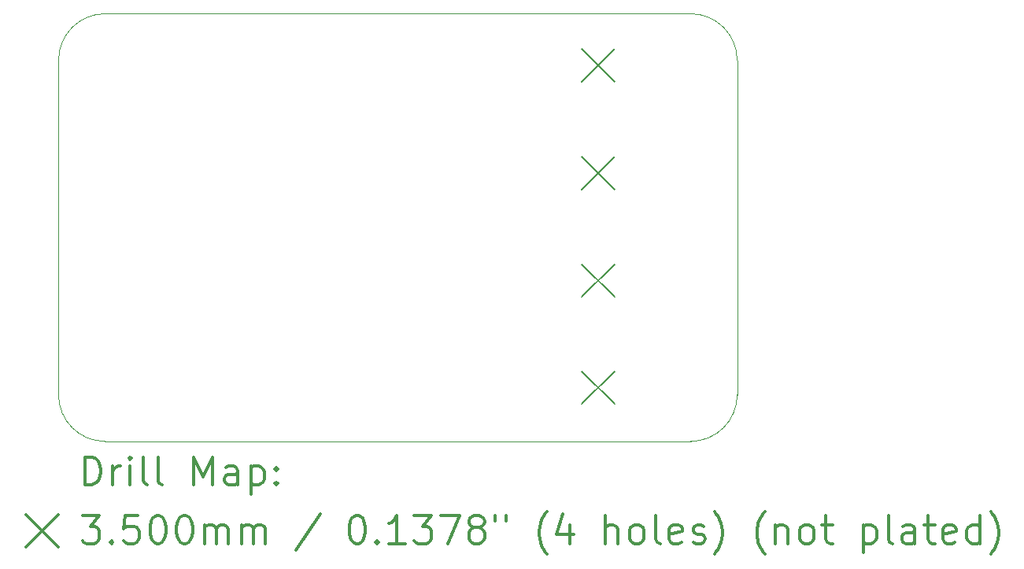
<source format=gbr>
%FSLAX45Y45*%
G04 Gerber Fmt 4.5, Leading zero omitted, Abs format (unit mm)*
G04 Created by KiCad (PCBNEW 5.1.10) date 2021-08-16 10:51:47*
%MOMM*%
%LPD*%
G01*
G04 APERTURE LIST*
%TA.AperFunction,Profile*%
%ADD10C,0.050000*%
%TD*%
%ADD11C,0.200000*%
%ADD12C,0.300000*%
G04 APERTURE END LIST*
D10*
X11482800Y-3461000D02*
X11482800Y-3411000D01*
X11482800Y-7011000D02*
X11482800Y-3461000D01*
X11982800Y-7511000D02*
X18282800Y-7511000D01*
X18282800Y-2911000D02*
X11982800Y-2911000D01*
X18782800Y-3411000D02*
X18782800Y-7011000D01*
X11982800Y-7511000D02*
G75*
G02*
X11482800Y-7011000I0J500000D01*
G01*
X11482800Y-3411000D02*
G75*
G02*
X11982800Y-2911000I500000J0D01*
G01*
X18282800Y-2911000D02*
G75*
G02*
X18782800Y-3411000I0J-500000D01*
G01*
X18782800Y-7011000D02*
G75*
G02*
X18282800Y-7511000I-500000J0D01*
G01*
D11*
X17113800Y-3290000D02*
X17463800Y-3640000D01*
X17463800Y-3290000D02*
X17113800Y-3640000D01*
X17113800Y-4450000D02*
X17463800Y-4800000D01*
X17463800Y-4450000D02*
X17113800Y-4800000D01*
X17113800Y-5605000D02*
X17463800Y-5955000D01*
X17463800Y-5605000D02*
X17113800Y-5955000D01*
X17113800Y-6760000D02*
X17463800Y-7110000D01*
X17463800Y-6760000D02*
X17113800Y-7110000D01*
D12*
X11766728Y-7979214D02*
X11766728Y-7679214D01*
X11838157Y-7679214D01*
X11881014Y-7693500D01*
X11909586Y-7722071D01*
X11923871Y-7750643D01*
X11938157Y-7807786D01*
X11938157Y-7850643D01*
X11923871Y-7907786D01*
X11909586Y-7936357D01*
X11881014Y-7964929D01*
X11838157Y-7979214D01*
X11766728Y-7979214D01*
X12066728Y-7979214D02*
X12066728Y-7779214D01*
X12066728Y-7836357D02*
X12081014Y-7807786D01*
X12095300Y-7793500D01*
X12123871Y-7779214D01*
X12152443Y-7779214D01*
X12252443Y-7979214D02*
X12252443Y-7779214D01*
X12252443Y-7679214D02*
X12238157Y-7693500D01*
X12252443Y-7707786D01*
X12266728Y-7693500D01*
X12252443Y-7679214D01*
X12252443Y-7707786D01*
X12438157Y-7979214D02*
X12409586Y-7964929D01*
X12395300Y-7936357D01*
X12395300Y-7679214D01*
X12595300Y-7979214D02*
X12566728Y-7964929D01*
X12552443Y-7936357D01*
X12552443Y-7679214D01*
X12938157Y-7979214D02*
X12938157Y-7679214D01*
X13038157Y-7893500D01*
X13138157Y-7679214D01*
X13138157Y-7979214D01*
X13409586Y-7979214D02*
X13409586Y-7822071D01*
X13395300Y-7793500D01*
X13366728Y-7779214D01*
X13309586Y-7779214D01*
X13281014Y-7793500D01*
X13409586Y-7964929D02*
X13381014Y-7979214D01*
X13309586Y-7979214D01*
X13281014Y-7964929D01*
X13266728Y-7936357D01*
X13266728Y-7907786D01*
X13281014Y-7879214D01*
X13309586Y-7864929D01*
X13381014Y-7864929D01*
X13409586Y-7850643D01*
X13552443Y-7779214D02*
X13552443Y-8079214D01*
X13552443Y-7793500D02*
X13581014Y-7779214D01*
X13638157Y-7779214D01*
X13666728Y-7793500D01*
X13681014Y-7807786D01*
X13695300Y-7836357D01*
X13695300Y-7922071D01*
X13681014Y-7950643D01*
X13666728Y-7964929D01*
X13638157Y-7979214D01*
X13581014Y-7979214D01*
X13552443Y-7964929D01*
X13823871Y-7950643D02*
X13838157Y-7964929D01*
X13823871Y-7979214D01*
X13809586Y-7964929D01*
X13823871Y-7950643D01*
X13823871Y-7979214D01*
X13823871Y-7793500D02*
X13838157Y-7807786D01*
X13823871Y-7822071D01*
X13809586Y-7807786D01*
X13823871Y-7793500D01*
X13823871Y-7822071D01*
X11130300Y-8298500D02*
X11480300Y-8648500D01*
X11480300Y-8298500D02*
X11130300Y-8648500D01*
X11738157Y-8309214D02*
X11923871Y-8309214D01*
X11823871Y-8423500D01*
X11866728Y-8423500D01*
X11895300Y-8437786D01*
X11909586Y-8452072D01*
X11923871Y-8480643D01*
X11923871Y-8552072D01*
X11909586Y-8580643D01*
X11895300Y-8594929D01*
X11866728Y-8609214D01*
X11781014Y-8609214D01*
X11752443Y-8594929D01*
X11738157Y-8580643D01*
X12052443Y-8580643D02*
X12066728Y-8594929D01*
X12052443Y-8609214D01*
X12038157Y-8594929D01*
X12052443Y-8580643D01*
X12052443Y-8609214D01*
X12338157Y-8309214D02*
X12195300Y-8309214D01*
X12181014Y-8452072D01*
X12195300Y-8437786D01*
X12223871Y-8423500D01*
X12295300Y-8423500D01*
X12323871Y-8437786D01*
X12338157Y-8452072D01*
X12352443Y-8480643D01*
X12352443Y-8552072D01*
X12338157Y-8580643D01*
X12323871Y-8594929D01*
X12295300Y-8609214D01*
X12223871Y-8609214D01*
X12195300Y-8594929D01*
X12181014Y-8580643D01*
X12538157Y-8309214D02*
X12566728Y-8309214D01*
X12595300Y-8323500D01*
X12609586Y-8337786D01*
X12623871Y-8366357D01*
X12638157Y-8423500D01*
X12638157Y-8494929D01*
X12623871Y-8552072D01*
X12609586Y-8580643D01*
X12595300Y-8594929D01*
X12566728Y-8609214D01*
X12538157Y-8609214D01*
X12509586Y-8594929D01*
X12495300Y-8580643D01*
X12481014Y-8552072D01*
X12466728Y-8494929D01*
X12466728Y-8423500D01*
X12481014Y-8366357D01*
X12495300Y-8337786D01*
X12509586Y-8323500D01*
X12538157Y-8309214D01*
X12823871Y-8309214D02*
X12852443Y-8309214D01*
X12881014Y-8323500D01*
X12895300Y-8337786D01*
X12909586Y-8366357D01*
X12923871Y-8423500D01*
X12923871Y-8494929D01*
X12909586Y-8552072D01*
X12895300Y-8580643D01*
X12881014Y-8594929D01*
X12852443Y-8609214D01*
X12823871Y-8609214D01*
X12795300Y-8594929D01*
X12781014Y-8580643D01*
X12766728Y-8552072D01*
X12752443Y-8494929D01*
X12752443Y-8423500D01*
X12766728Y-8366357D01*
X12781014Y-8337786D01*
X12795300Y-8323500D01*
X12823871Y-8309214D01*
X13052443Y-8609214D02*
X13052443Y-8409214D01*
X13052443Y-8437786D02*
X13066728Y-8423500D01*
X13095300Y-8409214D01*
X13138157Y-8409214D01*
X13166728Y-8423500D01*
X13181014Y-8452072D01*
X13181014Y-8609214D01*
X13181014Y-8452072D02*
X13195300Y-8423500D01*
X13223871Y-8409214D01*
X13266728Y-8409214D01*
X13295300Y-8423500D01*
X13309586Y-8452072D01*
X13309586Y-8609214D01*
X13452443Y-8609214D02*
X13452443Y-8409214D01*
X13452443Y-8437786D02*
X13466728Y-8423500D01*
X13495300Y-8409214D01*
X13538157Y-8409214D01*
X13566728Y-8423500D01*
X13581014Y-8452072D01*
X13581014Y-8609214D01*
X13581014Y-8452072D02*
X13595300Y-8423500D01*
X13623871Y-8409214D01*
X13666728Y-8409214D01*
X13695300Y-8423500D01*
X13709586Y-8452072D01*
X13709586Y-8609214D01*
X14295300Y-8294929D02*
X14038157Y-8680643D01*
X14681014Y-8309214D02*
X14709586Y-8309214D01*
X14738157Y-8323500D01*
X14752443Y-8337786D01*
X14766728Y-8366357D01*
X14781014Y-8423500D01*
X14781014Y-8494929D01*
X14766728Y-8552072D01*
X14752443Y-8580643D01*
X14738157Y-8594929D01*
X14709586Y-8609214D01*
X14681014Y-8609214D01*
X14652443Y-8594929D01*
X14638157Y-8580643D01*
X14623871Y-8552072D01*
X14609586Y-8494929D01*
X14609586Y-8423500D01*
X14623871Y-8366357D01*
X14638157Y-8337786D01*
X14652443Y-8323500D01*
X14681014Y-8309214D01*
X14909586Y-8580643D02*
X14923871Y-8594929D01*
X14909586Y-8609214D01*
X14895300Y-8594929D01*
X14909586Y-8580643D01*
X14909586Y-8609214D01*
X15209586Y-8609214D02*
X15038157Y-8609214D01*
X15123871Y-8609214D02*
X15123871Y-8309214D01*
X15095300Y-8352071D01*
X15066728Y-8380643D01*
X15038157Y-8394929D01*
X15309586Y-8309214D02*
X15495300Y-8309214D01*
X15395300Y-8423500D01*
X15438157Y-8423500D01*
X15466728Y-8437786D01*
X15481014Y-8452072D01*
X15495300Y-8480643D01*
X15495300Y-8552072D01*
X15481014Y-8580643D01*
X15466728Y-8594929D01*
X15438157Y-8609214D01*
X15352443Y-8609214D01*
X15323871Y-8594929D01*
X15309586Y-8580643D01*
X15595300Y-8309214D02*
X15795300Y-8309214D01*
X15666728Y-8609214D01*
X15952443Y-8437786D02*
X15923871Y-8423500D01*
X15909586Y-8409214D01*
X15895300Y-8380643D01*
X15895300Y-8366357D01*
X15909586Y-8337786D01*
X15923871Y-8323500D01*
X15952443Y-8309214D01*
X16009586Y-8309214D01*
X16038157Y-8323500D01*
X16052443Y-8337786D01*
X16066728Y-8366357D01*
X16066728Y-8380643D01*
X16052443Y-8409214D01*
X16038157Y-8423500D01*
X16009586Y-8437786D01*
X15952443Y-8437786D01*
X15923871Y-8452072D01*
X15909586Y-8466357D01*
X15895300Y-8494929D01*
X15895300Y-8552072D01*
X15909586Y-8580643D01*
X15923871Y-8594929D01*
X15952443Y-8609214D01*
X16009586Y-8609214D01*
X16038157Y-8594929D01*
X16052443Y-8580643D01*
X16066728Y-8552072D01*
X16066728Y-8494929D01*
X16052443Y-8466357D01*
X16038157Y-8452072D01*
X16009586Y-8437786D01*
X16181014Y-8309214D02*
X16181014Y-8366357D01*
X16295300Y-8309214D02*
X16295300Y-8366357D01*
X16738157Y-8723500D02*
X16723871Y-8709214D01*
X16695300Y-8666357D01*
X16681014Y-8637786D01*
X16666728Y-8594929D01*
X16652443Y-8523500D01*
X16652443Y-8466357D01*
X16666728Y-8394929D01*
X16681014Y-8352071D01*
X16695300Y-8323500D01*
X16723871Y-8280643D01*
X16738157Y-8266357D01*
X16981014Y-8409214D02*
X16981014Y-8609214D01*
X16909586Y-8294929D02*
X16838157Y-8509214D01*
X17023871Y-8509214D01*
X17366728Y-8609214D02*
X17366728Y-8309214D01*
X17495300Y-8609214D02*
X17495300Y-8452072D01*
X17481014Y-8423500D01*
X17452443Y-8409214D01*
X17409586Y-8409214D01*
X17381014Y-8423500D01*
X17366728Y-8437786D01*
X17681014Y-8609214D02*
X17652443Y-8594929D01*
X17638157Y-8580643D01*
X17623871Y-8552072D01*
X17623871Y-8466357D01*
X17638157Y-8437786D01*
X17652443Y-8423500D01*
X17681014Y-8409214D01*
X17723871Y-8409214D01*
X17752443Y-8423500D01*
X17766728Y-8437786D01*
X17781014Y-8466357D01*
X17781014Y-8552072D01*
X17766728Y-8580643D01*
X17752443Y-8594929D01*
X17723871Y-8609214D01*
X17681014Y-8609214D01*
X17952443Y-8609214D02*
X17923871Y-8594929D01*
X17909586Y-8566357D01*
X17909586Y-8309214D01*
X18181014Y-8594929D02*
X18152443Y-8609214D01*
X18095300Y-8609214D01*
X18066728Y-8594929D01*
X18052443Y-8566357D01*
X18052443Y-8452072D01*
X18066728Y-8423500D01*
X18095300Y-8409214D01*
X18152443Y-8409214D01*
X18181014Y-8423500D01*
X18195300Y-8452072D01*
X18195300Y-8480643D01*
X18052443Y-8509214D01*
X18309586Y-8594929D02*
X18338157Y-8609214D01*
X18395300Y-8609214D01*
X18423871Y-8594929D01*
X18438157Y-8566357D01*
X18438157Y-8552072D01*
X18423871Y-8523500D01*
X18395300Y-8509214D01*
X18352443Y-8509214D01*
X18323871Y-8494929D01*
X18309586Y-8466357D01*
X18309586Y-8452072D01*
X18323871Y-8423500D01*
X18352443Y-8409214D01*
X18395300Y-8409214D01*
X18423871Y-8423500D01*
X18538157Y-8723500D02*
X18552443Y-8709214D01*
X18581014Y-8666357D01*
X18595300Y-8637786D01*
X18609586Y-8594929D01*
X18623871Y-8523500D01*
X18623871Y-8466357D01*
X18609586Y-8394929D01*
X18595300Y-8352071D01*
X18581014Y-8323500D01*
X18552443Y-8280643D01*
X18538157Y-8266357D01*
X19081014Y-8723500D02*
X19066728Y-8709214D01*
X19038157Y-8666357D01*
X19023871Y-8637786D01*
X19009586Y-8594929D01*
X18995300Y-8523500D01*
X18995300Y-8466357D01*
X19009586Y-8394929D01*
X19023871Y-8352071D01*
X19038157Y-8323500D01*
X19066728Y-8280643D01*
X19081014Y-8266357D01*
X19195300Y-8409214D02*
X19195300Y-8609214D01*
X19195300Y-8437786D02*
X19209586Y-8423500D01*
X19238157Y-8409214D01*
X19281014Y-8409214D01*
X19309586Y-8423500D01*
X19323871Y-8452072D01*
X19323871Y-8609214D01*
X19509586Y-8609214D02*
X19481014Y-8594929D01*
X19466728Y-8580643D01*
X19452443Y-8552072D01*
X19452443Y-8466357D01*
X19466728Y-8437786D01*
X19481014Y-8423500D01*
X19509586Y-8409214D01*
X19552443Y-8409214D01*
X19581014Y-8423500D01*
X19595300Y-8437786D01*
X19609586Y-8466357D01*
X19609586Y-8552072D01*
X19595300Y-8580643D01*
X19581014Y-8594929D01*
X19552443Y-8609214D01*
X19509586Y-8609214D01*
X19695300Y-8409214D02*
X19809586Y-8409214D01*
X19738157Y-8309214D02*
X19738157Y-8566357D01*
X19752443Y-8594929D01*
X19781014Y-8609214D01*
X19809586Y-8609214D01*
X20138157Y-8409214D02*
X20138157Y-8709214D01*
X20138157Y-8423500D02*
X20166728Y-8409214D01*
X20223871Y-8409214D01*
X20252443Y-8423500D01*
X20266728Y-8437786D01*
X20281014Y-8466357D01*
X20281014Y-8552072D01*
X20266728Y-8580643D01*
X20252443Y-8594929D01*
X20223871Y-8609214D01*
X20166728Y-8609214D01*
X20138157Y-8594929D01*
X20452443Y-8609214D02*
X20423871Y-8594929D01*
X20409586Y-8566357D01*
X20409586Y-8309214D01*
X20695300Y-8609214D02*
X20695300Y-8452072D01*
X20681014Y-8423500D01*
X20652443Y-8409214D01*
X20595300Y-8409214D01*
X20566728Y-8423500D01*
X20695300Y-8594929D02*
X20666728Y-8609214D01*
X20595300Y-8609214D01*
X20566728Y-8594929D01*
X20552443Y-8566357D01*
X20552443Y-8537786D01*
X20566728Y-8509214D01*
X20595300Y-8494929D01*
X20666728Y-8494929D01*
X20695300Y-8480643D01*
X20795300Y-8409214D02*
X20909586Y-8409214D01*
X20838157Y-8309214D02*
X20838157Y-8566357D01*
X20852443Y-8594929D01*
X20881014Y-8609214D01*
X20909586Y-8609214D01*
X21123871Y-8594929D02*
X21095300Y-8609214D01*
X21038157Y-8609214D01*
X21009586Y-8594929D01*
X20995300Y-8566357D01*
X20995300Y-8452072D01*
X21009586Y-8423500D01*
X21038157Y-8409214D01*
X21095300Y-8409214D01*
X21123871Y-8423500D01*
X21138157Y-8452072D01*
X21138157Y-8480643D01*
X20995300Y-8509214D01*
X21395300Y-8609214D02*
X21395300Y-8309214D01*
X21395300Y-8594929D02*
X21366728Y-8609214D01*
X21309586Y-8609214D01*
X21281014Y-8594929D01*
X21266728Y-8580643D01*
X21252443Y-8552072D01*
X21252443Y-8466357D01*
X21266728Y-8437786D01*
X21281014Y-8423500D01*
X21309586Y-8409214D01*
X21366728Y-8409214D01*
X21395300Y-8423500D01*
X21509586Y-8723500D02*
X21523871Y-8709214D01*
X21552443Y-8666357D01*
X21566728Y-8637786D01*
X21581014Y-8594929D01*
X21595300Y-8523500D01*
X21595300Y-8466357D01*
X21581014Y-8394929D01*
X21566728Y-8352071D01*
X21552443Y-8323500D01*
X21523871Y-8280643D01*
X21509586Y-8266357D01*
M02*

</source>
